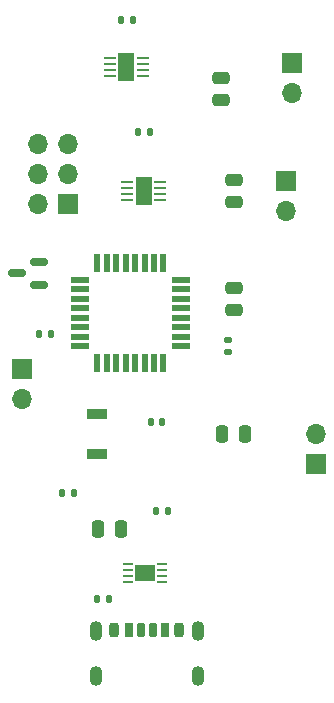
<source format=gbr>
%TF.GenerationSoftware,KiCad,Pcbnew,8.0.7*%
%TF.CreationDate,2025-01-03T21:58:43-07:00*%
%TF.ProjectId,Hat PCB,48617420-5043-4422-9e6b-696361645f70,rev?*%
%TF.SameCoordinates,Original*%
%TF.FileFunction,Soldermask,Top*%
%TF.FilePolarity,Negative*%
%FSLAX46Y46*%
G04 Gerber Fmt 4.6, Leading zero omitted, Abs format (unit mm)*
G04 Created by KiCad (PCBNEW 8.0.7) date 2025-01-03 21:58:43*
%MOMM*%
%LPD*%
G01*
G04 APERTURE LIST*
G04 Aperture macros list*
%AMRoundRect*
0 Rectangle with rounded corners*
0 $1 Rounding radius*
0 $2 $3 $4 $5 $6 $7 $8 $9 X,Y pos of 4 corners*
0 Add a 4 corners polygon primitive as box body*
4,1,4,$2,$3,$4,$5,$6,$7,$8,$9,$2,$3,0*
0 Add four circle primitives for the rounded corners*
1,1,$1+$1,$2,$3*
1,1,$1+$1,$4,$5*
1,1,$1+$1,$6,$7*
1,1,$1+$1,$8,$9*
0 Add four rect primitives between the rounded corners*
20,1,$1+$1,$2,$3,$4,$5,0*
20,1,$1+$1,$4,$5,$6,$7,0*
20,1,$1+$1,$6,$7,$8,$9,0*
20,1,$1+$1,$8,$9,$2,$3,0*%
G04 Aperture macros list end*
%ADD10R,1.700000X1.700000*%
%ADD11O,1.700000X1.700000*%
%ADD12RoundRect,0.135000X0.135000X0.185000X-0.135000X0.185000X-0.135000X-0.185000X0.135000X-0.185000X0*%
%ADD13RoundRect,0.135000X-0.135000X-0.185000X0.135000X-0.185000X0.135000X0.185000X-0.135000X0.185000X0*%
%ADD14RoundRect,0.250000X0.475000X-0.250000X0.475000X0.250000X-0.475000X0.250000X-0.475000X-0.250000X0*%
%ADD15RoundRect,0.250000X-0.475000X0.250000X-0.475000X-0.250000X0.475000X-0.250000X0.475000X0.250000X0*%
%ADD16RoundRect,0.062500X-0.412500X-0.062500X0.412500X-0.062500X0.412500X0.062500X-0.412500X0.062500X0*%
%ADD17R,1.450000X2.400000*%
%ADD18RoundRect,0.147500X0.147500X0.172500X-0.147500X0.172500X-0.147500X-0.172500X0.147500X-0.172500X0*%
%ADD19RoundRect,0.062500X-0.337500X-0.062500X0.337500X-0.062500X0.337500X0.062500X-0.337500X0.062500X0*%
%ADD20R,1.700000X1.400000*%
%ADD21RoundRect,0.250000X-0.250000X-0.475000X0.250000X-0.475000X0.250000X0.475000X-0.250000X0.475000X0*%
%ADD22RoundRect,0.135000X0.185000X-0.135000X0.185000X0.135000X-0.185000X0.135000X-0.185000X-0.135000X0*%
%ADD23R,1.600000X0.550000*%
%ADD24R,0.550000X1.600000*%
%ADD25RoundRect,0.175000X-0.175000X-0.425000X0.175000X-0.425000X0.175000X0.425000X-0.175000X0.425000X0*%
%ADD26RoundRect,0.190000X0.190000X0.410000X-0.190000X0.410000X-0.190000X-0.410000X0.190000X-0.410000X0*%
%ADD27RoundRect,0.200000X0.200000X0.400000X-0.200000X0.400000X-0.200000X-0.400000X0.200000X-0.400000X0*%
%ADD28RoundRect,0.175000X0.175000X0.425000X-0.175000X0.425000X-0.175000X-0.425000X0.175000X-0.425000X0*%
%ADD29RoundRect,0.190000X-0.190000X-0.410000X0.190000X-0.410000X0.190000X0.410000X-0.190000X0.410000X0*%
%ADD30RoundRect,0.200000X-0.200000X-0.400000X0.200000X-0.400000X0.200000X0.400000X-0.200000X0.400000X0*%
%ADD31O,1.100000X1.700000*%
%ADD32RoundRect,0.150000X0.587500X0.150000X-0.587500X0.150000X-0.587500X-0.150000X0.587500X-0.150000X0*%
%ADD33R,1.700000X0.900000*%
G04 APERTURE END LIST*
D10*
%TO.C,J1*%
X265950000Y-136050000D03*
D11*
X265950000Y-133510000D03*
%TD*%
D12*
%TO.C,R6*%
X248470000Y-147550000D03*
X247450000Y-147550000D03*
%TD*%
D13*
%TO.C,R5*%
X250917500Y-108000000D03*
X251937500Y-108000000D03*
%TD*%
%TO.C,R1*%
X242530000Y-125050000D03*
X243550000Y-125050000D03*
%TD*%
D10*
%TO.C,J5*%
X241050000Y-128010000D03*
D11*
X241050000Y-130550000D03*
%TD*%
D14*
%TO.C,C1*%
X259050000Y-123050000D03*
X259050000Y-121150000D03*
%TD*%
D15*
%TO.C,C3*%
X257937500Y-103375000D03*
X257937500Y-105275000D03*
%TD*%
D13*
%TO.C,R7*%
X252430000Y-140050000D03*
X253450000Y-140050000D03*
%TD*%
D16*
%TO.C,U3*%
X249987500Y-112225000D03*
X249987500Y-112725000D03*
X249987500Y-113225000D03*
X249987500Y-113725000D03*
X252787500Y-113725000D03*
X252787500Y-113225000D03*
X252787500Y-112725000D03*
X252787500Y-112225000D03*
D17*
X251387500Y-112975000D03*
%TD*%
D13*
%TO.C,R4*%
X249480000Y-98500000D03*
X250500000Y-98500000D03*
%TD*%
D18*
%TO.C,D1*%
X252950000Y-132550000D03*
X251980000Y-132550000D03*
%TD*%
D15*
%TO.C,C2*%
X259000000Y-112000000D03*
X259000000Y-113900000D03*
%TD*%
D13*
%TO.C,R3*%
X244480000Y-138500000D03*
X245500000Y-138500000D03*
%TD*%
D19*
%TO.C,U4*%
X250050000Y-144550000D03*
X250050000Y-145050000D03*
X250050000Y-145550000D03*
X250050000Y-146050000D03*
X252950000Y-146050000D03*
X252950000Y-145550000D03*
X252950000Y-145050000D03*
X252950000Y-144550000D03*
D20*
X251500000Y-145300000D03*
%TD*%
D10*
%TO.C,J4*%
X245000000Y-114040000D03*
D11*
X242460000Y-114040000D03*
X245000000Y-111500000D03*
X242460000Y-111500000D03*
X245000000Y-108960000D03*
X242460000Y-108960000D03*
%TD*%
D21*
%TO.C,C5*%
X258050000Y-133550000D03*
X259950000Y-133550000D03*
%TD*%
D22*
%TO.C,R2*%
X258490000Y-126610000D03*
X258490000Y-125590000D03*
%TD*%
D21*
%TO.C,C4*%
X247550000Y-141550000D03*
X249450000Y-141550000D03*
%TD*%
D23*
%TO.C,U1*%
X246000000Y-120500000D03*
X246000000Y-121300000D03*
X246000000Y-122100000D03*
X246000000Y-122900000D03*
X246000000Y-123700000D03*
X246000000Y-124500000D03*
X246000000Y-125300000D03*
X246000000Y-126100000D03*
D24*
X247450000Y-127550000D03*
X248250000Y-127550000D03*
X249050000Y-127550000D03*
X249850000Y-127550000D03*
X250650000Y-127550000D03*
X251450000Y-127550000D03*
X252250000Y-127550000D03*
X253050000Y-127550000D03*
D23*
X254500000Y-126100000D03*
X254500000Y-125300000D03*
X254500000Y-124500000D03*
X254500000Y-123700000D03*
X254500000Y-122900000D03*
X254500000Y-122100000D03*
X254500000Y-121300000D03*
X254500000Y-120500000D03*
D24*
X253050000Y-119050000D03*
X252250000Y-119050000D03*
X251450000Y-119050000D03*
X250650000Y-119050000D03*
X249850000Y-119050000D03*
X249050000Y-119050000D03*
X248250000Y-119050000D03*
X247450000Y-119050000D03*
%TD*%
D25*
%TO.C,P1*%
X251130000Y-150170000D03*
D26*
X253150000Y-150170000D03*
D27*
X254380000Y-150170000D03*
D28*
X252130000Y-150170000D03*
D29*
X250110000Y-150170000D03*
D30*
X248880000Y-150170000D03*
D31*
X247310000Y-150250000D03*
X247310000Y-154050000D03*
X255950000Y-150250000D03*
X255950000Y-154050000D03*
%TD*%
D32*
%TO.C,Q1*%
X242500000Y-120900000D03*
X242500000Y-119000000D03*
X240625000Y-119950000D03*
%TD*%
D33*
%TO.C,SW1*%
X247450000Y-135250000D03*
X247450000Y-131850000D03*
%TD*%
D10*
%TO.C,J2*%
X263937500Y-102100000D03*
D11*
X263937500Y-104640000D03*
%TD*%
D10*
%TO.C,J3*%
X263437500Y-112100000D03*
D11*
X263437500Y-114640000D03*
%TD*%
D16*
%TO.C,U2*%
X248487500Y-101725000D03*
X248487500Y-102225000D03*
X248487500Y-102725000D03*
X248487500Y-103225000D03*
X251287500Y-103225000D03*
X251287500Y-102725000D03*
X251287500Y-102225000D03*
X251287500Y-101725000D03*
D17*
X249887500Y-102475000D03*
%TD*%
M02*

</source>
